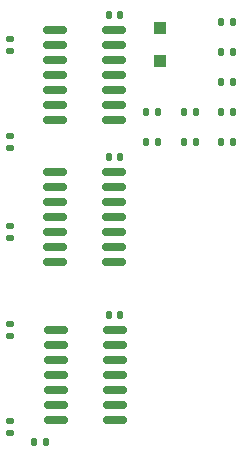
<source format=gbr>
%TF.GenerationSoftware,KiCad,Pcbnew,8.0.4*%
%TF.CreationDate,2024-08-03T23:58:15+10:00*%
%TF.ProjectId,micromod-reset,6d696372-6f6d-46f6-942d-72657365742e,rev?*%
%TF.SameCoordinates,Original*%
%TF.FileFunction,Paste,Top*%
%TF.FilePolarity,Positive*%
%FSLAX46Y46*%
G04 Gerber Fmt 4.6, Leading zero omitted, Abs format (unit mm)*
G04 Created by KiCad (PCBNEW 8.0.4) date 2024-08-03 23:58:15*
%MOMM*%
%LPD*%
G01*
G04 APERTURE LIST*
G04 Aperture macros list*
%AMRoundRect*
0 Rectangle with rounded corners*
0 $1 Rounding radius*
0 $2 $3 $4 $5 $6 $7 $8 $9 X,Y pos of 4 corners*
0 Add a 4 corners polygon primitive as box body*
4,1,4,$2,$3,$4,$5,$6,$7,$8,$9,$2,$3,0*
0 Add four circle primitives for the rounded corners*
1,1,$1+$1,$2,$3*
1,1,$1+$1,$4,$5*
1,1,$1+$1,$6,$7*
1,1,$1+$1,$8,$9*
0 Add four rect primitives between the rounded corners*
20,1,$1+$1,$2,$3,$4,$5,0*
20,1,$1+$1,$4,$5,$6,$7,0*
20,1,$1+$1,$6,$7,$8,$9,0*
20,1,$1+$1,$8,$9,$2,$3,0*%
G04 Aperture macros list end*
%ADD10RoundRect,0.135000X-0.135000X-0.185000X0.135000X-0.185000X0.135000X0.185000X-0.135000X0.185000X0*%
%ADD11RoundRect,0.135000X0.185000X-0.135000X0.185000X0.135000X-0.185000X0.135000X-0.185000X-0.135000X0*%
%ADD12RoundRect,0.150000X-0.825000X-0.150000X0.825000X-0.150000X0.825000X0.150000X-0.825000X0.150000X0*%
%ADD13RoundRect,0.140000X-0.140000X-0.170000X0.140000X-0.170000X0.140000X0.170000X-0.140000X0.170000X0*%
%ADD14RoundRect,0.135000X0.135000X0.185000X-0.135000X0.185000X-0.135000X-0.185000X0.135000X-0.185000X0*%
%ADD15RoundRect,0.250000X-0.300000X0.300000X-0.300000X-0.300000X0.300000X-0.300000X0.300000X0.300000X0*%
G04 APERTURE END LIST*
D10*
%TO.C,R8*%
X137920000Y-59055000D03*
X138940000Y-59055000D03*
%TD*%
D11*
%TO.C,R12*%
X126365000Y-69725000D03*
X126365000Y-68705000D03*
%TD*%
D12*
%TO.C,U2*%
X130240000Y-52070000D03*
X130240000Y-53340000D03*
X130240000Y-54610000D03*
X130240000Y-55880000D03*
X130240000Y-57150000D03*
X130240000Y-58420000D03*
X130240000Y-59690000D03*
X135190000Y-59690000D03*
X135190000Y-58420000D03*
X135190000Y-57150000D03*
X135190000Y-55880000D03*
X135190000Y-54610000D03*
X135190000Y-53340000D03*
X135190000Y-52070000D03*
%TD*%
D11*
%TO.C,R11*%
X126365000Y-62105000D03*
X126365000Y-61085000D03*
%TD*%
D10*
%TO.C,R4*%
X141095000Y-61595000D03*
X142115000Y-61595000D03*
%TD*%
D11*
%TO.C,R14*%
X126365000Y-86235000D03*
X126365000Y-85215000D03*
%TD*%
D10*
%TO.C,R5*%
X144270000Y-53975000D03*
X145290000Y-53975000D03*
%TD*%
%TO.C,R3*%
X144270000Y-59055000D03*
X145290000Y-59055000D03*
%TD*%
D13*
%TO.C,C4*%
X134775000Y-76200000D03*
X135735000Y-76200000D03*
%TD*%
D10*
%TO.C,R9*%
X137920000Y-61595000D03*
X138940000Y-61595000D03*
%TD*%
D14*
%TO.C,R6*%
X129415000Y-86995000D03*
X128395000Y-86995000D03*
%TD*%
D11*
%TO.C,R13*%
X126365000Y-77980000D03*
X126365000Y-76960000D03*
%TD*%
D12*
%TO.C,U1*%
X130240000Y-64135000D03*
X130240000Y-65405000D03*
X130240000Y-66675000D03*
X130240000Y-67945000D03*
X130240000Y-69215000D03*
X130240000Y-70485000D03*
X130240000Y-71755000D03*
X135190000Y-71755000D03*
X135190000Y-70485000D03*
X135190000Y-69215000D03*
X135190000Y-67945000D03*
X135190000Y-66675000D03*
X135190000Y-65405000D03*
X135190000Y-64135000D03*
%TD*%
D10*
%TO.C,R2*%
X144270000Y-56515000D03*
X145290000Y-56515000D03*
%TD*%
D11*
%TO.C,R10*%
X126365000Y-53850000D03*
X126365000Y-52830000D03*
%TD*%
D13*
%TO.C,C5*%
X134775000Y-50800000D03*
X135735000Y-50800000D03*
%TD*%
D10*
%TO.C,R1*%
X141095000Y-59055000D03*
X142115000Y-59055000D03*
%TD*%
D13*
%TO.C,C2*%
X144300000Y-61595000D03*
X145260000Y-61595000D03*
%TD*%
D15*
%TO.C,D1*%
X139065000Y-51940000D03*
X139065000Y-54740000D03*
%TD*%
D13*
%TO.C,C3*%
X134775000Y-62865000D03*
X135735000Y-62865000D03*
%TD*%
%TO.C,C1*%
X144300000Y-51435000D03*
X145260000Y-51435000D03*
%TD*%
D12*
%TO.C,U3*%
X130305000Y-77470000D03*
X130305000Y-78740000D03*
X130305000Y-80010000D03*
X130305000Y-81280000D03*
X130305000Y-82550000D03*
X130305000Y-83820000D03*
X130305000Y-85090000D03*
X135255000Y-85090000D03*
X135255000Y-83820000D03*
X135255000Y-82550000D03*
X135255000Y-81280000D03*
X135255000Y-80010000D03*
X135255000Y-78740000D03*
X135255000Y-77470000D03*
%TD*%
M02*

</source>
